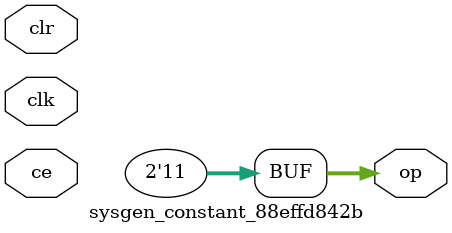
<source format=v>
module sysgen_constant_88effd842b (
  output [(2 - 1):0] op,
  input clk,
  input ce,
  input clr);
  assign op = 2'b11;
endmodule
</source>
